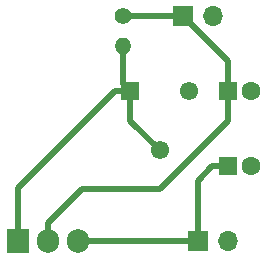
<source format=gbr>
G04 #@! TF.GenerationSoftware,KiCad,Pcbnew,(5.1.5)-3*
G04 #@! TF.CreationDate,2020-04-12T20:05:31+01:00*
G04 #@! TF.ProjectId,LM317 regulator breakout board,4c4d3331-3720-4726-9567-756c61746f72,rev?*
G04 #@! TF.SameCoordinates,Original*
G04 #@! TF.FileFunction,Copper,L1,Top*
G04 #@! TF.FilePolarity,Positive*
%FSLAX46Y46*%
G04 Gerber Fmt 4.6, Leading zero omitted, Abs format (unit mm)*
G04 Created by KiCad (PCBNEW (5.1.5)-3) date 2020-04-12 20:05:31*
%MOMM*%
%LPD*%
G04 APERTURE LIST*
%ADD10O,1.905000X2.000000*%
%ADD11R,1.905000X2.000000*%
%ADD12C,1.550000*%
%ADD13R,1.550000X1.550000*%
%ADD14O,1.400000X1.400000*%
%ADD15C,1.400000*%
%ADD16O,1.700000X1.700000*%
%ADD17R,1.700000X1.700000*%
%ADD18C,1.600000*%
%ADD19R,1.600000X1.600000*%
%ADD20C,0.500000*%
G04 APERTURE END LIST*
D10*
X158115000Y-114935000D03*
X155575000Y-114935000D03*
D11*
X153035000Y-114935000D03*
D12*
X165060000Y-107235000D03*
D13*
X162560000Y-102235000D03*
D12*
X167560000Y-102235000D03*
D14*
X161925000Y-98425000D03*
D15*
X161925000Y-95885000D03*
D16*
X169545000Y-95885000D03*
D17*
X167005000Y-95885000D03*
D16*
X170815000Y-114935000D03*
D17*
X168275000Y-114935000D03*
D18*
X172815000Y-102235000D03*
D19*
X170815000Y-102235000D03*
D18*
X172815000Y-108585000D03*
D19*
X170815000Y-108585000D03*
D20*
X168275000Y-109825000D02*
X169515000Y-108585000D01*
X169515000Y-108585000D02*
X170815000Y-108585000D01*
X168275000Y-114935000D02*
X168275000Y-109825000D01*
X168275000Y-114935000D02*
X158115000Y-114935000D01*
X167005000Y-95885000D02*
X161925000Y-95885000D01*
X170815000Y-99695000D02*
X167005000Y-95885000D01*
X170815000Y-102235000D02*
X170815000Y-99695000D01*
X155575000Y-113435000D02*
X158520000Y-110490000D01*
X155575000Y-114935000D02*
X155575000Y-113435000D01*
X158520000Y-110490000D02*
X165100000Y-110490000D01*
X170815000Y-104775000D02*
X170815000Y-102235000D01*
X165100000Y-110490000D02*
X170815000Y-104775000D01*
X161285000Y-102235000D02*
X162560000Y-102235000D01*
X153035000Y-110485000D02*
X161285000Y-102235000D01*
X153035000Y-114935000D02*
X153035000Y-110485000D01*
X161925000Y-101600000D02*
X162560000Y-102235000D01*
X161925000Y-98425000D02*
X161925000Y-101600000D01*
X162560000Y-104735000D02*
X165060000Y-107235000D01*
X162560000Y-102235000D02*
X162560000Y-104735000D01*
M02*

</source>
